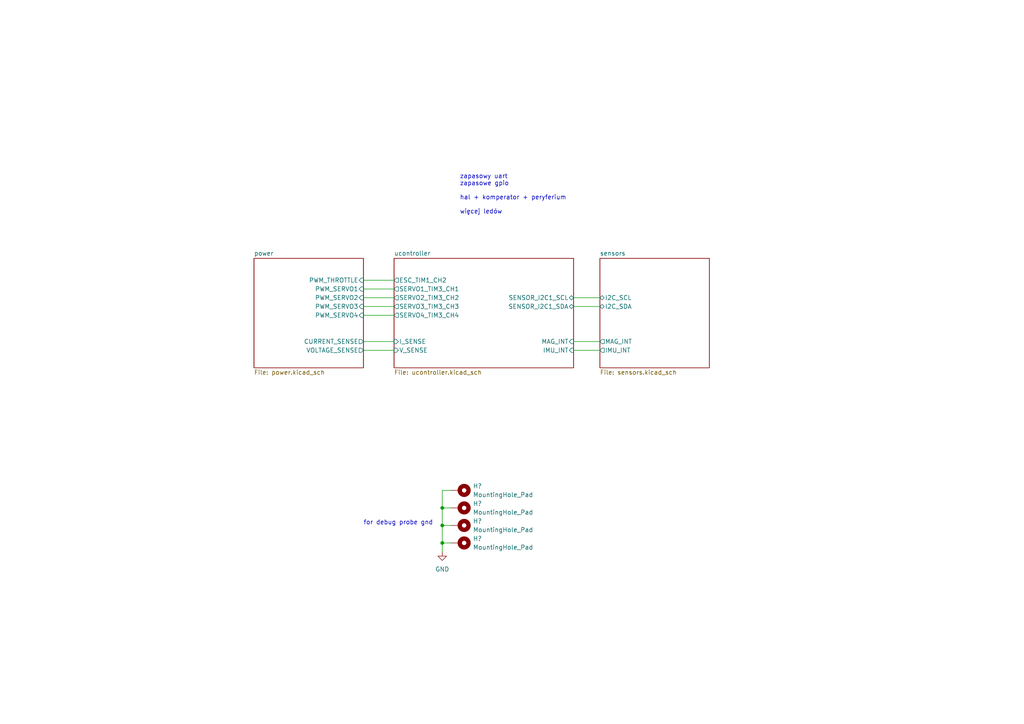
<source format=kicad_sch>
(kicad_sch (version 20211123) (generator eeschema)
  (paper "A4")
  (lib_symbols
    (symbol "Mechanical:MountingHole_Pad" (pin_numbers hide) (pin_names (offset 1.016) hide)
      (property "Reference" "H" (at 0 6.35 0))
      (property "Value" "MountingHole_Pad" (at 0 4.445 0))
      (symbol "MountingHole_Pad_0_1"
        (circle (center 0 1.27) (radius 1.27) (stroke (width 1.27)))
      )
      (symbol "MountingHole_Pad_1_1"
        (pin input line (at 0 -2.54 90) (length 2.54) (name "1") (number "1"))
      )
    )
    (symbol "power:GND" (power) (pin_names (offset 0))
      (property "Value" "GND" (at 0 -3.81 0))
      (symbol "GND_0_1"
        (polyline (pts (xy 0 0) (xy 0 -1.27) (xy 1.27 -1.27) (xy 0 -2.54) (xy -1.27 -1.27) (xy 0 -1.27)))
      )
      (symbol "GND_1_1"
        (pin power_in line (at 0 0 270) (length 0) hide (name "GND") (number "1"))
      )
    )
  )
  (junction (at 128.27 147.32))
  (junction (at 128.27 157.48))
  (junction (at 128.27 152.4))
  (wire (pts (xy 105.41 83.82) (xy 114.3 83.82)))
  (wire (pts (xy 128.27 147.32) (xy 128.27 142.24)))
  (wire (pts (xy 105.41 81.28) (xy 114.3 81.28)))
  (wire (pts (xy 128.27 142.24) (xy 130.81 142.24)))
  (wire (pts (xy 128.27 152.4) (xy 130.81 152.4)))
  (wire (pts (xy 105.41 86.36) (xy 114.3 86.36)))
  (wire (pts (xy 128.27 147.32) (xy 130.81 147.32)))
  (wire (pts (xy 166.37 86.36) (xy 173.99 86.36)))
  (wire (pts (xy 128.27 157.48) (xy 128.27 152.4)))
  (wire (pts (xy 166.37 101.6) (xy 173.99 101.6)))
  (wire (pts (xy 105.41 101.6) (xy 114.3 101.6)))
  (wire (pts (xy 166.37 88.9) (xy 173.99 88.9)))
  (wire (pts (xy 166.37 99.06) (xy 173.99 99.06)))
  (wire (pts (xy 128.27 160.02) (xy 128.27 157.48)))
  (wire (pts (xy 128.27 152.4) (xy 128.27 147.32)))
  (wire (pts (xy 128.27 157.48) (xy 130.81 157.48)))
  (wire (pts (xy 105.41 91.44) (xy 114.3 91.44)))
  (wire (pts (xy 105.41 88.9) (xy 114.3 88.9)))
  (wire (pts (xy 105.41 99.06) (xy 114.3 99.06)))
  (text "for debug probe gnd\n" (at 105.41 152.4 0) (effects (font (size 1.27 1.27)) (justify left bottom)))
  (text "zapasowy uart\nzapasowe gpio\n\nhal + komperator + peryferium\n\nwięcej ledów" (at 133.35 62.23 0) (effects (font (size 1.27 1.27)) (justify left bottom)))
  (symbol (lib_id "Mechanical:MountingHole_Pad") (at 133.35 142.24 270) (unit 1)
    (property "Reference" "H?" (at 137.16 140.9699 90) (effects (justify left)))
    (property "Value" "MountingHole_Pad" (at 137.16 143.5099 90) (effects (justify left)))
  )
  (symbol (lib_id "Mechanical:MountingHole_Pad") (at 133.35 157.48 270) (unit 1)
    (property "Reference" "H?" (at 137.16 156.2099 90) (effects (justify left)))
    (property "Value" "MountingHole_Pad" (at 137.16 158.7499 90) (effects (justify left)))
  )
  (symbol (lib_id "power:GND") (at 128.27 160.02 0) (unit 1)
    (property "Reference" "#PWR?" (effects hide))
    (property "Value" "GND" (at 128.27 165.1 0))
  )
  (symbol (lib_id "Mechanical:MountingHole_Pad") (at 133.35 147.32 270) (unit 1)
    (property "Reference" "H?" (at 137.16 146.0499 90) (effects (justify left)))
    (property "Value" "MountingHole_Pad" (at 137.16 148.5899 90) (effects (justify left)))
  )
  (symbol (lib_id "Mechanical:MountingHole_Pad") (at 133.35 152.4 270) (unit 1)
    (property "Reference" "H?" (at 137.16 151.1299 90) (effects (justify left)))
    (property "Value" "MountingHole_Pad" (at 137.16 153.6699 90) (effects (justify left)))
  )
  (sheet (at 114.3 74.93) (size 52.07 31.75) (stroke (width 0.1524))
    (property "Sheet name" "ucontroller" (at 114.3 74.2184 0) (effects (justify left bottom)))
    (property "Sheet file" "ucontroller.kicad_sch" (at 114.3 107.2646 0) (effects (justify left top)))
    (pin "SERVO2_TIM3_CH2" output (at 114.3 86.36 180))
    (pin "SERVO1_TIM3_CH1" output (at 114.3 83.82 180))
    (pin "IMU_INT" input (at 166.37 101.6 0))
    (pin "MAG_INT" input (at 166.37 99.06 0))
    (pin "ESC_TIM1_CH2" output (at 114.3 81.28 180))
    (pin "SERVO3_TIM3_CH3" output (at 114.3 88.9 180))
    (pin "SERVO4_TIM3_CH4" output (at 114.3 91.44 180))
    (pin "I_SENSE" input (at 114.3 99.06 180))
    (pin "V_SENSE" input (at 114.3 101.6 180))
    (pin "SENSOR_I2C1_SCL" bidirectional (at 166.37 86.36 0))
    (pin "SENSOR_I2C1_SDA" bidirectional (at 166.37 88.9 0))
  )
  (sheet (at 73.66 74.93) (size 31.75 31.75) (stroke (width 0.1524))
    (property "Sheet name" "power" (at 73.66 74.2184 0) (effects (justify left bottom)))
    (property "Sheet file" "power.kicad_sch" (at 73.66 107.2646 0) (effects (justify left top)))
    (pin "VOLTAGE_SENSE" output (at 105.41 101.6 0))
    (pin "CURRENT_SENSE" output (at 105.41 99.06 0))
    (pin "PWM_SERVO4" input (at 105.41 91.44 0))
    (pin "PWM_SERVO2" input (at 105.41 86.36 0))
    (pin "PWM_THROTTLE" input (at 105.41 81.28 0))
    (pin "PWM_SERVO1" input (at 105.41 83.82 0))
    (pin "PWM_SERVO3" input (at 105.41 88.9 0))
  )
  (sheet (at 173.99 74.93) (size 31.75 31.75) (stroke (width 0.1524))
    (property "Sheet name" "sensors" (at 173.99 74.2184 0) (effects (justify left bottom)))
    (property "Sheet file" "sensors.kicad_sch" (at 173.99 107.2646 0) (effects (justify left top)))
    (pin "I2C_SCL" bidirectional (at 173.99 86.36 180))
    (pin "I2C_SDA" bidirectional (at 173.99 88.9 180))
    (pin "IMU_INT" output (at 173.99 101.6 180))
    (pin "MAG_INT" output (at 173.99 99.06 180))
  )
)
</source>
